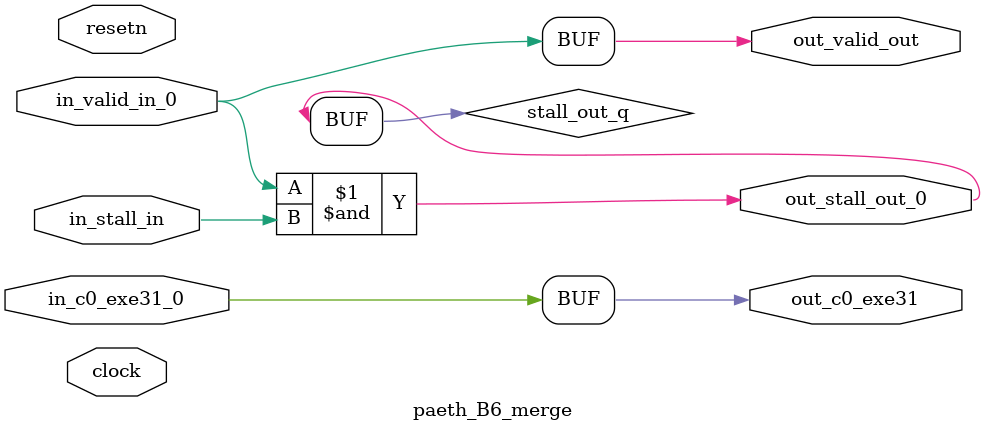
<source format=sv>



(* altera_attribute = "-name AUTO_SHIFT_REGISTER_RECOGNITION OFF; -name MESSAGE_DISABLE 10036; -name MESSAGE_DISABLE 10037; -name MESSAGE_DISABLE 14130; -name MESSAGE_DISABLE 14320; -name MESSAGE_DISABLE 15400; -name MESSAGE_DISABLE 14130; -name MESSAGE_DISABLE 10036; -name MESSAGE_DISABLE 12020; -name MESSAGE_DISABLE 12030; -name MESSAGE_DISABLE 12010; -name MESSAGE_DISABLE 12110; -name MESSAGE_DISABLE 14320; -name MESSAGE_DISABLE 13410; -name MESSAGE_DISABLE 113007; -name MESSAGE_DISABLE 10958" *)
module paeth_B6_merge (
    input wire [0:0] in_c0_exe31_0,
    input wire [0:0] in_stall_in,
    input wire [0:0] in_valid_in_0,
    output wire [0:0] out_c0_exe31,
    output wire [0:0] out_stall_out_0,
    output wire [0:0] out_valid_out,
    input wire clock,
    input wire resetn
    );

    wire [0:0] stall_out_q;


    // out_c0_exe31(GPOUT,5)
    assign out_c0_exe31 = in_c0_exe31_0;

    // stall_out(LOGICAL,8)
    assign stall_out_q = in_valid_in_0 & in_stall_in;

    // out_stall_out_0(GPOUT,6)
    assign out_stall_out_0 = stall_out_q;

    // out_valid_out(GPOUT,7)
    assign out_valid_out = in_valid_in_0;

endmodule

</source>
